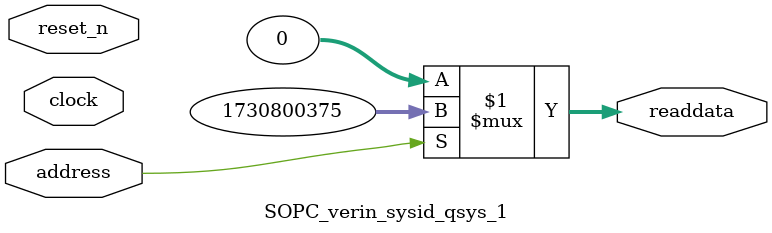
<source format=v>



// synthesis translate_off
`timescale 1ns / 1ps
// synthesis translate_on

// turn off superfluous verilog processor warnings 
// altera message_level Level1 
// altera message_off 10034 10035 10036 10037 10230 10240 10030 

module SOPC_verin_sysid_qsys_1 (
               // inputs:
                address,
                clock,
                reset_n,

               // outputs:
                readdata
             )
;

  output  [ 31: 0] readdata;
  input            address;
  input            clock;
  input            reset_n;

  wire    [ 31: 0] readdata;
  //control_slave, which is an e_avalon_slave
  assign readdata = address ? 1730800375 : 0;

endmodule



</source>
